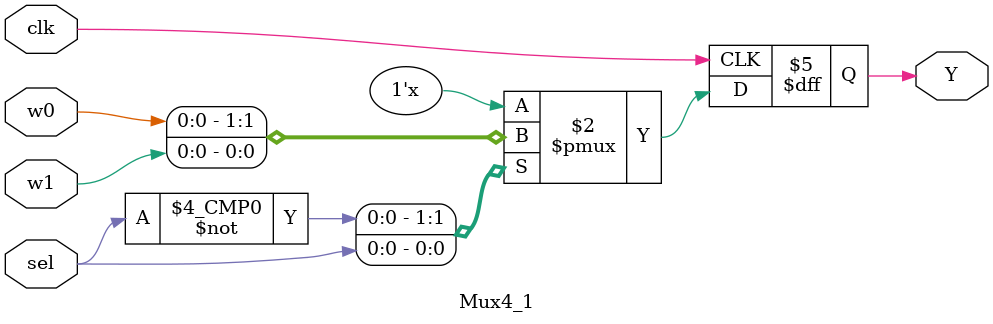
<source format=v>
`timescale 1ns / 1ps
module Mux4_1(
input wire clk, 
input sel, 
input w0, w1,
output reg Y);

always @(posedge clk)
case(sel)
2'b00: Y = w0;
2'b01: Y = w1;

endcase


endmodule
</source>
